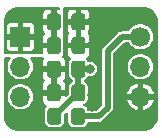
<source format=gbr>
%TF.GenerationSoftware,KiCad,Pcbnew,(5.1.12)-1*%
%TF.CreationDate,2021-11-22T20:58:17+01:00*%
%TF.ProjectId,Adapter-VCNL4010,41646170-7465-4722-9d56-434e4c343031,rev?*%
%TF.SameCoordinates,Original*%
%TF.FileFunction,Copper,L2,Bot*%
%TF.FilePolarity,Positive*%
%FSLAX46Y46*%
G04 Gerber Fmt 4.6, Leading zero omitted, Abs format (unit mm)*
G04 Created by KiCad (PCBNEW (5.1.12)-1) date 2021-11-22 20:58:17*
%MOMM*%
%LPD*%
G01*
G04 APERTURE LIST*
%TA.AperFunction,ComponentPad*%
%ADD10O,1.700000X1.700000*%
%TD*%
%TA.AperFunction,ComponentPad*%
%ADD11C,1.700000*%
%TD*%
%TA.AperFunction,ComponentPad*%
%ADD12R,1.700000X1.700000*%
%TD*%
%TA.AperFunction,ViaPad*%
%ADD13C,0.800000*%
%TD*%
%TA.AperFunction,Conductor*%
%ADD14C,0.500000*%
%TD*%
%TA.AperFunction,Conductor*%
%ADD15C,0.200000*%
%TD*%
%TA.AperFunction,Conductor*%
%ADD16C,0.100000*%
%TD*%
G04 APERTURE END LIST*
D10*
%TO.P,J2,3*%
%TO.N,GND*%
X161290000Y-133350000D03*
%TO.P,J2,2*%
%TO.N,/INT*%
X161290000Y-130810000D03*
D11*
%TO.P,J2,1*%
%TO.N,/VCC*%
X161290000Y-128270000D03*
%TD*%
D10*
%TO.P,J1,3*%
%TO.N,/SCLK*%
X151130000Y-133350000D03*
%TO.P,J1,2*%
%TO.N,/SDAT*%
X151130000Y-130810000D03*
D12*
%TO.P,J1,1*%
%TO.N,/VCC_LED*%
X151130000Y-128270000D03*
%TD*%
%TO.P,R4,1*%
%TO.N,Net-(C1-Pad1)*%
%TA.AperFunction,SMDPad,CuDef*%
G36*
G01*
X153400000Y-135450001D02*
X153400000Y-134549999D01*
G75*
G02*
X153649999Y-134300000I249999J0D01*
G01*
X154350001Y-134300000D01*
G75*
G02*
X154600000Y-134549999I0J-249999D01*
G01*
X154600000Y-135450001D01*
G75*
G02*
X154350001Y-135700000I-249999J0D01*
G01*
X153649999Y-135700000D01*
G75*
G02*
X153400000Y-135450001I0J249999D01*
G01*
G37*
%TD.AperFunction*%
%TO.P,R4,2*%
%TO.N,/VCC*%
%TA.AperFunction,SMDPad,CuDef*%
G36*
G01*
X155400000Y-135450001D02*
X155400000Y-134549999D01*
G75*
G02*
X155649999Y-134300000I249999J0D01*
G01*
X156350001Y-134300000D01*
G75*
G02*
X156600000Y-134549999I0J-249999D01*
G01*
X156600000Y-135450001D01*
G75*
G02*
X156350001Y-135700000I-249999J0D01*
G01*
X155649999Y-135700000D01*
G75*
G02*
X155400000Y-135450001I0J249999D01*
G01*
G37*
%TD.AperFunction*%
%TD*%
%TO.P,C4,2*%
%TO.N,GND*%
%TA.AperFunction,SMDPad,CuDef*%
G36*
G01*
X155450000Y-129475000D02*
X155450000Y-128525000D01*
G75*
G02*
X155700000Y-128275000I250000J0D01*
G01*
X156375000Y-128275000D01*
G75*
G02*
X156625000Y-128525000I0J-250000D01*
G01*
X156625000Y-129475000D01*
G75*
G02*
X156375000Y-129725000I-250000J0D01*
G01*
X155700000Y-129725000D01*
G75*
G02*
X155450000Y-129475000I0J250000D01*
G01*
G37*
%TD.AperFunction*%
%TO.P,C4,1*%
%TO.N,/VCC_LED*%
%TA.AperFunction,SMDPad,CuDef*%
G36*
G01*
X153375000Y-129475000D02*
X153375000Y-128525000D01*
G75*
G02*
X153625000Y-128275000I250000J0D01*
G01*
X154300000Y-128275000D01*
G75*
G02*
X154550000Y-128525000I0J-250000D01*
G01*
X154550000Y-129475000D01*
G75*
G02*
X154300000Y-129725000I-250000J0D01*
G01*
X153625000Y-129725000D01*
G75*
G02*
X153375000Y-129475000I0J250000D01*
G01*
G37*
%TD.AperFunction*%
%TD*%
%TO.P,C3,2*%
%TO.N,GND*%
%TA.AperFunction,SMDPad,CuDef*%
G36*
G01*
X155450000Y-127475000D02*
X155450000Y-126525000D01*
G75*
G02*
X155700000Y-126275000I250000J0D01*
G01*
X156375000Y-126275000D01*
G75*
G02*
X156625000Y-126525000I0J-250000D01*
G01*
X156625000Y-127475000D01*
G75*
G02*
X156375000Y-127725000I-250000J0D01*
G01*
X155700000Y-127725000D01*
G75*
G02*
X155450000Y-127475000I0J250000D01*
G01*
G37*
%TD.AperFunction*%
%TO.P,C3,1*%
%TO.N,/VCC_LED*%
%TA.AperFunction,SMDPad,CuDef*%
G36*
G01*
X153375000Y-127475000D02*
X153375000Y-126525000D01*
G75*
G02*
X153625000Y-126275000I250000J0D01*
G01*
X154300000Y-126275000D01*
G75*
G02*
X154550000Y-126525000I0J-250000D01*
G01*
X154550000Y-127475000D01*
G75*
G02*
X154300000Y-127725000I-250000J0D01*
G01*
X153625000Y-127725000D01*
G75*
G02*
X153375000Y-127475000I0J250000D01*
G01*
G37*
%TD.AperFunction*%
%TD*%
%TO.P,C2,2*%
%TO.N,GND*%
%TA.AperFunction,SMDPad,CuDef*%
G36*
G01*
X154550000Y-130525000D02*
X154550000Y-131475000D01*
G75*
G02*
X154300000Y-131725000I-250000J0D01*
G01*
X153625000Y-131725000D01*
G75*
G02*
X153375000Y-131475000I0J250000D01*
G01*
X153375000Y-130525000D01*
G75*
G02*
X153625000Y-130275000I250000J0D01*
G01*
X154300000Y-130275000D01*
G75*
G02*
X154550000Y-130525000I0J-250000D01*
G01*
G37*
%TD.AperFunction*%
%TO.P,C2,1*%
%TO.N,Net-(C1-Pad1)*%
%TA.AperFunction,SMDPad,CuDef*%
G36*
G01*
X156625000Y-130525000D02*
X156625000Y-131475000D01*
G75*
G02*
X156375000Y-131725000I-250000J0D01*
G01*
X155700000Y-131725000D01*
G75*
G02*
X155450000Y-131475000I0J250000D01*
G01*
X155450000Y-130525000D01*
G75*
G02*
X155700000Y-130275000I250000J0D01*
G01*
X156375000Y-130275000D01*
G75*
G02*
X156625000Y-130525000I0J-250000D01*
G01*
G37*
%TD.AperFunction*%
%TD*%
%TO.P,C1,2*%
%TO.N,GND*%
%TA.AperFunction,SMDPad,CuDef*%
G36*
G01*
X154550000Y-132525000D02*
X154550000Y-133475000D01*
G75*
G02*
X154300000Y-133725000I-250000J0D01*
G01*
X153625000Y-133725000D01*
G75*
G02*
X153375000Y-133475000I0J250000D01*
G01*
X153375000Y-132525000D01*
G75*
G02*
X153625000Y-132275000I250000J0D01*
G01*
X154300000Y-132275000D01*
G75*
G02*
X154550000Y-132525000I0J-250000D01*
G01*
G37*
%TD.AperFunction*%
%TO.P,C1,1*%
%TO.N,Net-(C1-Pad1)*%
%TA.AperFunction,SMDPad,CuDef*%
G36*
G01*
X156625000Y-132525000D02*
X156625000Y-133475000D01*
G75*
G02*
X156375000Y-133725000I-250000J0D01*
G01*
X155700000Y-133725000D01*
G75*
G02*
X155450000Y-133475000I0J250000D01*
G01*
X155450000Y-132525000D01*
G75*
G02*
X155700000Y-132275000I250000J0D01*
G01*
X156375000Y-132275000D01*
G75*
G02*
X156625000Y-132525000I0J-250000D01*
G01*
G37*
%TD.AperFunction*%
%TD*%
D13*
%TO.N,GND*%
X157250000Y-126750000D03*
X157250000Y-128750000D03*
X157250000Y-127750000D03*
X157200000Y-133200000D03*
X157200000Y-134200000D03*
%TO.N,Net-(C1-Pad1)*%
X157000000Y-131000000D03*
%TD*%
D14*
%TO.N,Net-(C1-Pad1)*%
X156037500Y-133000000D02*
X156037500Y-131000000D01*
X156037500Y-131000000D02*
X157000000Y-131000000D01*
X156000000Y-133000000D02*
X154000000Y-135000000D01*
X156037500Y-133000000D02*
X156000000Y-133000000D01*
%TO.N,/VCC*%
X159730000Y-128270000D02*
X161290000Y-128270000D01*
X158500000Y-129500000D02*
X159730000Y-128270000D01*
X158500000Y-134250000D02*
X158500000Y-129500000D01*
X157750000Y-135000000D02*
X158500000Y-134250000D01*
X156000000Y-135000000D02*
X157750000Y-135000000D01*
%TD*%
D15*
%TO.N,/VCC_LED*%
X154400000Y-125873925D02*
X154212500Y-125875000D01*
X154112500Y-125975000D01*
X154112500Y-126850000D01*
X154132500Y-126850000D01*
X154132500Y-127150000D01*
X154112500Y-127150000D01*
X154112500Y-128850000D01*
X154132500Y-128850000D01*
X154132500Y-129150000D01*
X154112500Y-129150000D01*
X154112500Y-129170000D01*
X153812500Y-129170000D01*
X153812500Y-129150000D01*
X153075000Y-129150000D01*
X152975000Y-129250000D01*
X152973371Y-129650000D01*
X149825000Y-129650000D01*
X149825000Y-129120000D01*
X149878065Y-129120000D01*
X149885788Y-129198414D01*
X149908660Y-129273814D01*
X149945803Y-129343303D01*
X149995789Y-129404211D01*
X150056697Y-129454197D01*
X150126186Y-129491340D01*
X150201586Y-129514212D01*
X150280000Y-129521935D01*
X150880000Y-129520000D01*
X150980000Y-129420000D01*
X150980000Y-128420000D01*
X151280000Y-128420000D01*
X151280000Y-129420000D01*
X151380000Y-129520000D01*
X151980000Y-129521935D01*
X152058414Y-129514212D01*
X152133814Y-129491340D01*
X152203303Y-129454197D01*
X152264211Y-129404211D01*
X152314197Y-129343303D01*
X152351340Y-129273814D01*
X152374212Y-129198414D01*
X152381935Y-129120000D01*
X152380000Y-128520000D01*
X152280000Y-128420000D01*
X151280000Y-128420000D01*
X150980000Y-128420000D01*
X149980000Y-128420000D01*
X149880000Y-128520000D01*
X149878065Y-129120000D01*
X149825000Y-129120000D01*
X149825000Y-127420000D01*
X149878065Y-127420000D01*
X149880000Y-128020000D01*
X149980000Y-128120000D01*
X150980000Y-128120000D01*
X150980000Y-127120000D01*
X151280000Y-127120000D01*
X151280000Y-128120000D01*
X152280000Y-128120000D01*
X152380000Y-128020000D01*
X152380951Y-127725000D01*
X152973065Y-127725000D01*
X152980788Y-127803414D01*
X153003660Y-127878814D01*
X153040803Y-127948303D01*
X153083230Y-128000000D01*
X153040803Y-128051697D01*
X153003660Y-128121186D01*
X152980788Y-128196586D01*
X152973065Y-128275000D01*
X152975000Y-128750000D01*
X153075000Y-128850000D01*
X153812500Y-128850000D01*
X153812500Y-127150000D01*
X153075000Y-127150000D01*
X152975000Y-127250000D01*
X152973065Y-127725000D01*
X152380951Y-127725000D01*
X152381935Y-127420000D01*
X152374212Y-127341586D01*
X152351340Y-127266186D01*
X152314197Y-127196697D01*
X152264211Y-127135789D01*
X152203303Y-127085803D01*
X152133814Y-127048660D01*
X152058414Y-127025788D01*
X151980000Y-127018065D01*
X151380000Y-127020000D01*
X151280000Y-127120000D01*
X150980000Y-127120000D01*
X150880000Y-127020000D01*
X150280000Y-127018065D01*
X150201586Y-127025788D01*
X150126186Y-127048660D01*
X150056697Y-127085803D01*
X149995789Y-127135789D01*
X149945803Y-127196697D01*
X149908660Y-127266186D01*
X149885788Y-127341586D01*
X149878065Y-127420000D01*
X149825000Y-127420000D01*
X149825000Y-127015896D01*
X149848906Y-126772078D01*
X149915100Y-126552835D01*
X150022614Y-126350630D01*
X150084296Y-126275000D01*
X152973065Y-126275000D01*
X152975000Y-126750000D01*
X153075000Y-126850000D01*
X153812500Y-126850000D01*
X153812500Y-125975000D01*
X153712500Y-125875000D01*
X153375000Y-125873065D01*
X153296586Y-125880788D01*
X153221186Y-125903660D01*
X153151697Y-125940803D01*
X153090789Y-125990789D01*
X153040803Y-126051697D01*
X153003660Y-126121186D01*
X152980788Y-126196586D01*
X152973065Y-126275000D01*
X150084296Y-126275000D01*
X150167361Y-126173153D01*
X150343824Y-126027171D01*
X150545276Y-125918246D01*
X150764047Y-125850526D01*
X151006915Y-125825000D01*
X154400000Y-125825000D01*
X154400000Y-125873925D01*
%TA.AperFunction,Conductor*%
D16*
G36*
X154400000Y-125873925D02*
G01*
X154212500Y-125875000D01*
X154112500Y-125975000D01*
X154112500Y-126850000D01*
X154132500Y-126850000D01*
X154132500Y-127150000D01*
X154112500Y-127150000D01*
X154112500Y-128850000D01*
X154132500Y-128850000D01*
X154132500Y-129150000D01*
X154112500Y-129150000D01*
X154112500Y-129170000D01*
X153812500Y-129170000D01*
X153812500Y-129150000D01*
X153075000Y-129150000D01*
X152975000Y-129250000D01*
X152973371Y-129650000D01*
X149825000Y-129650000D01*
X149825000Y-129120000D01*
X149878065Y-129120000D01*
X149885788Y-129198414D01*
X149908660Y-129273814D01*
X149945803Y-129343303D01*
X149995789Y-129404211D01*
X150056697Y-129454197D01*
X150126186Y-129491340D01*
X150201586Y-129514212D01*
X150280000Y-129521935D01*
X150880000Y-129520000D01*
X150980000Y-129420000D01*
X150980000Y-128420000D01*
X151280000Y-128420000D01*
X151280000Y-129420000D01*
X151380000Y-129520000D01*
X151980000Y-129521935D01*
X152058414Y-129514212D01*
X152133814Y-129491340D01*
X152203303Y-129454197D01*
X152264211Y-129404211D01*
X152314197Y-129343303D01*
X152351340Y-129273814D01*
X152374212Y-129198414D01*
X152381935Y-129120000D01*
X152380000Y-128520000D01*
X152280000Y-128420000D01*
X151280000Y-128420000D01*
X150980000Y-128420000D01*
X149980000Y-128420000D01*
X149880000Y-128520000D01*
X149878065Y-129120000D01*
X149825000Y-129120000D01*
X149825000Y-127420000D01*
X149878065Y-127420000D01*
X149880000Y-128020000D01*
X149980000Y-128120000D01*
X150980000Y-128120000D01*
X150980000Y-127120000D01*
X151280000Y-127120000D01*
X151280000Y-128120000D01*
X152280000Y-128120000D01*
X152380000Y-128020000D01*
X152380951Y-127725000D01*
X152973065Y-127725000D01*
X152980788Y-127803414D01*
X153003660Y-127878814D01*
X153040803Y-127948303D01*
X153083230Y-128000000D01*
X153040803Y-128051697D01*
X153003660Y-128121186D01*
X152980788Y-128196586D01*
X152973065Y-128275000D01*
X152975000Y-128750000D01*
X153075000Y-128850000D01*
X153812500Y-128850000D01*
X153812500Y-127150000D01*
X153075000Y-127150000D01*
X152975000Y-127250000D01*
X152973065Y-127725000D01*
X152380951Y-127725000D01*
X152381935Y-127420000D01*
X152374212Y-127341586D01*
X152351340Y-127266186D01*
X152314197Y-127196697D01*
X152264211Y-127135789D01*
X152203303Y-127085803D01*
X152133814Y-127048660D01*
X152058414Y-127025788D01*
X151980000Y-127018065D01*
X151380000Y-127020000D01*
X151280000Y-127120000D01*
X150980000Y-127120000D01*
X150880000Y-127020000D01*
X150280000Y-127018065D01*
X150201586Y-127025788D01*
X150126186Y-127048660D01*
X150056697Y-127085803D01*
X149995789Y-127135789D01*
X149945803Y-127196697D01*
X149908660Y-127266186D01*
X149885788Y-127341586D01*
X149878065Y-127420000D01*
X149825000Y-127420000D01*
X149825000Y-127015896D01*
X149848906Y-126772078D01*
X149915100Y-126552835D01*
X150022614Y-126350630D01*
X150084296Y-126275000D01*
X152973065Y-126275000D01*
X152975000Y-126750000D01*
X153075000Y-126850000D01*
X153812500Y-126850000D01*
X153812500Y-125975000D01*
X153712500Y-125875000D01*
X153375000Y-125873065D01*
X153296586Y-125880788D01*
X153221186Y-125903660D01*
X153151697Y-125940803D01*
X153090789Y-125990789D01*
X153040803Y-126051697D01*
X153003660Y-126121186D01*
X152980788Y-126196586D01*
X152973065Y-126275000D01*
X150084296Y-126275000D01*
X150167361Y-126173153D01*
X150343824Y-126027171D01*
X150545276Y-125918246D01*
X150764047Y-125850526D01*
X151006915Y-125825000D01*
X154400000Y-125825000D01*
X154400000Y-125873925D01*
G37*
%TD.AperFunction*%
%TD*%
D15*
%TO.N,GND*%
X161727922Y-125848906D02*
X161947165Y-125915100D01*
X162149370Y-126022614D01*
X162326847Y-126167361D01*
X162472829Y-126343824D01*
X162581754Y-126545276D01*
X162649474Y-126764047D01*
X162675000Y-127006915D01*
X162675001Y-134984094D01*
X162651094Y-135227922D01*
X162584900Y-135447166D01*
X162477386Y-135649370D01*
X162332639Y-135826847D01*
X162156176Y-135972830D01*
X161954727Y-136081753D01*
X161735958Y-136149474D01*
X161493085Y-136175000D01*
X151015896Y-136175000D01*
X150772078Y-136151094D01*
X150552834Y-136084900D01*
X150350630Y-135977386D01*
X150173153Y-135832639D01*
X150027170Y-135656176D01*
X149918247Y-135454727D01*
X149850526Y-135235958D01*
X149825000Y-134993085D01*
X149825000Y-133236735D01*
X149980000Y-133236735D01*
X149980000Y-133463265D01*
X150024194Y-133685443D01*
X150110884Y-133894729D01*
X150236737Y-134083082D01*
X150396918Y-134243263D01*
X150585271Y-134369116D01*
X150794557Y-134455806D01*
X151016735Y-134500000D01*
X151243265Y-134500000D01*
X151465443Y-134455806D01*
X151674729Y-134369116D01*
X151863082Y-134243263D01*
X152023263Y-134083082D01*
X152149116Y-133894729D01*
X152219420Y-133725000D01*
X152973065Y-133725000D01*
X152980788Y-133803414D01*
X153003660Y-133878814D01*
X153040803Y-133948303D01*
X153090789Y-134009211D01*
X153151697Y-134059197D01*
X153221186Y-134096340D01*
X153296586Y-134119212D01*
X153308424Y-134120378D01*
X153260065Y-134160065D01*
X153191485Y-134243630D01*
X153140526Y-134338968D01*
X153109145Y-134442416D01*
X153098549Y-134549999D01*
X153098549Y-135450001D01*
X153109145Y-135557584D01*
X153140526Y-135661032D01*
X153191485Y-135756370D01*
X153260065Y-135839935D01*
X153343630Y-135908515D01*
X153438968Y-135959474D01*
X153542416Y-135990855D01*
X153649999Y-136001451D01*
X154350001Y-136001451D01*
X154457584Y-135990855D01*
X154561032Y-135959474D01*
X154656370Y-135908515D01*
X154739935Y-135839935D01*
X154808515Y-135756370D01*
X154859474Y-135661032D01*
X154890855Y-135557584D01*
X154901451Y-135450001D01*
X154901451Y-134876366D01*
X155098549Y-134679268D01*
X155098549Y-135450001D01*
X155109145Y-135557584D01*
X155140526Y-135661032D01*
X155191485Y-135756370D01*
X155260065Y-135839935D01*
X155343630Y-135908515D01*
X155438968Y-135959474D01*
X155542416Y-135990855D01*
X155649999Y-136001451D01*
X156350001Y-136001451D01*
X156457584Y-135990855D01*
X156561032Y-135959474D01*
X156656370Y-135908515D01*
X156739935Y-135839935D01*
X156808515Y-135756370D01*
X156859474Y-135661032D01*
X156890855Y-135557584D01*
X156891602Y-135550000D01*
X157722992Y-135550000D01*
X157750000Y-135552660D01*
X157777008Y-135550000D01*
X157777018Y-135550000D01*
X157857819Y-135542042D01*
X157961494Y-135510592D01*
X158057042Y-135459521D01*
X158140790Y-135390790D01*
X158158013Y-135369804D01*
X158869810Y-134658008D01*
X158890790Y-134640790D01*
X158908008Y-134619810D01*
X158908013Y-134619805D01*
X158959520Y-134557043D01*
X158962093Y-134552230D01*
X159010592Y-134461494D01*
X159042042Y-134357819D01*
X159050000Y-134277018D01*
X159050000Y-134277009D01*
X159052660Y-134250001D01*
X159050000Y-134222993D01*
X159050000Y-133692283D01*
X160087777Y-133692283D01*
X160100220Y-133733325D01*
X160197864Y-133958074D01*
X160337478Y-134159455D01*
X160513697Y-134329729D01*
X160719749Y-134462353D01*
X160947716Y-134552230D01*
X161140000Y-134490974D01*
X161140000Y-133500000D01*
X161440000Y-133500000D01*
X161440000Y-134490974D01*
X161632284Y-134552230D01*
X161860251Y-134462353D01*
X162066303Y-134329729D01*
X162242522Y-134159455D01*
X162382136Y-133958074D01*
X162479780Y-133733325D01*
X162492223Y-133692283D01*
X162430175Y-133500000D01*
X161440000Y-133500000D01*
X161140000Y-133500000D01*
X160149825Y-133500000D01*
X160087777Y-133692283D01*
X159050000Y-133692283D01*
X159050000Y-133007717D01*
X160087777Y-133007717D01*
X160149825Y-133200000D01*
X161140000Y-133200000D01*
X161140000Y-132209026D01*
X161440000Y-132209026D01*
X161440000Y-133200000D01*
X162430175Y-133200000D01*
X162492223Y-133007717D01*
X162479780Y-132966675D01*
X162382136Y-132741926D01*
X162242522Y-132540545D01*
X162066303Y-132370271D01*
X161860251Y-132237647D01*
X161632284Y-132147770D01*
X161440000Y-132209026D01*
X161140000Y-132209026D01*
X160947716Y-132147770D01*
X160719749Y-132237647D01*
X160513697Y-132370271D01*
X160337478Y-132540545D01*
X160197864Y-132741926D01*
X160100220Y-132966675D01*
X160087777Y-133007717D01*
X159050000Y-133007717D01*
X159050000Y-130696735D01*
X160140000Y-130696735D01*
X160140000Y-130923265D01*
X160184194Y-131145443D01*
X160270884Y-131354729D01*
X160396737Y-131543082D01*
X160556918Y-131703263D01*
X160745271Y-131829116D01*
X160954557Y-131915806D01*
X161176735Y-131960000D01*
X161403265Y-131960000D01*
X161625443Y-131915806D01*
X161834729Y-131829116D01*
X162023082Y-131703263D01*
X162183263Y-131543082D01*
X162309116Y-131354729D01*
X162395806Y-131145443D01*
X162440000Y-130923265D01*
X162440000Y-130696735D01*
X162395806Y-130474557D01*
X162309116Y-130265271D01*
X162183263Y-130076918D01*
X162023082Y-129916737D01*
X161834729Y-129790884D01*
X161625443Y-129704194D01*
X161403265Y-129660000D01*
X161176735Y-129660000D01*
X160954557Y-129704194D01*
X160745271Y-129790884D01*
X160556918Y-129916737D01*
X160396737Y-130076918D01*
X160270884Y-130265271D01*
X160184194Y-130474557D01*
X160140000Y-130696735D01*
X159050000Y-130696735D01*
X159050000Y-129727817D01*
X159957817Y-128820000D01*
X160274406Y-128820000D01*
X160396737Y-129003082D01*
X160556918Y-129163263D01*
X160745271Y-129289116D01*
X160954557Y-129375806D01*
X161176735Y-129420000D01*
X161403265Y-129420000D01*
X161625443Y-129375806D01*
X161834729Y-129289116D01*
X162023082Y-129163263D01*
X162183263Y-129003082D01*
X162309116Y-128814729D01*
X162395806Y-128605443D01*
X162440000Y-128383265D01*
X162440000Y-128156735D01*
X162395806Y-127934557D01*
X162309116Y-127725271D01*
X162183263Y-127536918D01*
X162023082Y-127376737D01*
X161834729Y-127250884D01*
X161625443Y-127164194D01*
X161403265Y-127120000D01*
X161176735Y-127120000D01*
X160954557Y-127164194D01*
X160745271Y-127250884D01*
X160556918Y-127376737D01*
X160396737Y-127536918D01*
X160274406Y-127720000D01*
X159757011Y-127720000D01*
X159730000Y-127717340D01*
X159702989Y-127720000D01*
X159702982Y-127720000D01*
X159622181Y-127727958D01*
X159518506Y-127759408D01*
X159422958Y-127810479D01*
X159339210Y-127879210D01*
X159321987Y-127900196D01*
X158130191Y-129091992D01*
X158109211Y-129109210D01*
X158091993Y-129130190D01*
X158091987Y-129130196D01*
X158040479Y-129192958D01*
X157989959Y-129287477D01*
X157989409Y-129288506D01*
X157962927Y-129375806D01*
X157957959Y-129392182D01*
X157947340Y-129500000D01*
X157950001Y-129527018D01*
X157950000Y-134022182D01*
X157522183Y-134450000D01*
X156891602Y-134450000D01*
X156890855Y-134442416D01*
X156859474Y-134338968D01*
X156808515Y-134243630D01*
X156739935Y-134160065D01*
X156656370Y-134091485D01*
X156561032Y-134040526D01*
X156480409Y-134016069D01*
X156482583Y-134015855D01*
X156586031Y-133984474D01*
X156681370Y-133933515D01*
X156764935Y-133864935D01*
X156833515Y-133781370D01*
X156884474Y-133686031D01*
X156915855Y-133582583D01*
X156926451Y-133475000D01*
X156926451Y-132525000D01*
X156915855Y-132417417D01*
X156884474Y-132313969D01*
X156833515Y-132218630D01*
X156764935Y-132135065D01*
X156681370Y-132066485D01*
X156587500Y-132016311D01*
X156587500Y-131983689D01*
X156681370Y-131933515D01*
X156764935Y-131864935D01*
X156833515Y-131781370D01*
X156882202Y-131690282D01*
X156931056Y-131700000D01*
X157068944Y-131700000D01*
X157204182Y-131673099D01*
X157331574Y-131620332D01*
X157446224Y-131543726D01*
X157543726Y-131446224D01*
X157620332Y-131331574D01*
X157673099Y-131204182D01*
X157700000Y-131068944D01*
X157700000Y-130931056D01*
X157673099Y-130795818D01*
X157620332Y-130668426D01*
X157543726Y-130553776D01*
X157446224Y-130456274D01*
X157331574Y-130379668D01*
X157204182Y-130326901D01*
X157068944Y-130300000D01*
X156931056Y-130300000D01*
X156882202Y-130309718D01*
X156833515Y-130218630D01*
X156764935Y-130135065D01*
X156734228Y-130109865D01*
X156778814Y-130096340D01*
X156848303Y-130059197D01*
X156909211Y-130009211D01*
X156959197Y-129948303D01*
X156996340Y-129878814D01*
X157019212Y-129803414D01*
X157026935Y-129725000D01*
X157025000Y-129250000D01*
X156925000Y-129150000D01*
X156187500Y-129150000D01*
X156187500Y-129170000D01*
X155887500Y-129170000D01*
X155887500Y-129150000D01*
X155150000Y-129150000D01*
X155050000Y-129250000D01*
X155048065Y-129725000D01*
X155055788Y-129803414D01*
X155078660Y-129878814D01*
X155115803Y-129948303D01*
X155165789Y-130009211D01*
X155226697Y-130059197D01*
X155296186Y-130096340D01*
X155340772Y-130109865D01*
X155310065Y-130135065D01*
X155241485Y-130218630D01*
X155190526Y-130313969D01*
X155159145Y-130417417D01*
X155148549Y-130525000D01*
X155148549Y-131475000D01*
X155159145Y-131582583D01*
X155190526Y-131686031D01*
X155241485Y-131781370D01*
X155310065Y-131864935D01*
X155393630Y-131933515D01*
X155487501Y-131983689D01*
X155487500Y-132016311D01*
X155393630Y-132066485D01*
X155310065Y-132135065D01*
X155241485Y-132218630D01*
X155190526Y-132313969D01*
X155159145Y-132417417D01*
X155148549Y-132525000D01*
X155148549Y-133073633D01*
X154950090Y-133272092D01*
X154950000Y-133250000D01*
X154850000Y-133150000D01*
X154112500Y-133150000D01*
X154112500Y-133170000D01*
X153812500Y-133170000D01*
X153812500Y-133150000D01*
X153075000Y-133150000D01*
X152975000Y-133250000D01*
X152973065Y-133725000D01*
X152219420Y-133725000D01*
X152235806Y-133685443D01*
X152280000Y-133463265D01*
X152280000Y-133236735D01*
X152235806Y-133014557D01*
X152149116Y-132805271D01*
X152023263Y-132616918D01*
X151863082Y-132456737D01*
X151674729Y-132330884D01*
X151465443Y-132244194D01*
X151243265Y-132200000D01*
X151016735Y-132200000D01*
X150794557Y-132244194D01*
X150585271Y-132330884D01*
X150396918Y-132456737D01*
X150236737Y-132616918D01*
X150110884Y-132805271D01*
X150024194Y-133014557D01*
X149980000Y-133236735D01*
X149825000Y-133236735D01*
X149825000Y-130050000D01*
X150263655Y-130050000D01*
X150236737Y-130076918D01*
X150110884Y-130265271D01*
X150024194Y-130474557D01*
X149980000Y-130696735D01*
X149980000Y-130923265D01*
X150024194Y-131145443D01*
X150110884Y-131354729D01*
X150236737Y-131543082D01*
X150396918Y-131703263D01*
X150585271Y-131829116D01*
X150794557Y-131915806D01*
X151016735Y-131960000D01*
X151243265Y-131960000D01*
X151465443Y-131915806D01*
X151674729Y-131829116D01*
X151830550Y-131725000D01*
X152973065Y-131725000D01*
X152980788Y-131803414D01*
X153003660Y-131878814D01*
X153040803Y-131948303D01*
X153083230Y-132000000D01*
X153040803Y-132051697D01*
X153003660Y-132121186D01*
X152980788Y-132196586D01*
X152973065Y-132275000D01*
X152975000Y-132750000D01*
X153075000Y-132850000D01*
X153812500Y-132850000D01*
X153812500Y-131150000D01*
X154112500Y-131150000D01*
X154112500Y-132850000D01*
X154850000Y-132850000D01*
X154950000Y-132750000D01*
X154951935Y-132275000D01*
X154944212Y-132196586D01*
X154921340Y-132121186D01*
X154884197Y-132051697D01*
X154841770Y-132000000D01*
X154884197Y-131948303D01*
X154921340Y-131878814D01*
X154944212Y-131803414D01*
X154951935Y-131725000D01*
X154950000Y-131250000D01*
X154850000Y-131150000D01*
X154112500Y-131150000D01*
X153812500Y-131150000D01*
X153075000Y-131150000D01*
X152975000Y-131250000D01*
X152973065Y-131725000D01*
X151830550Y-131725000D01*
X151863082Y-131703263D01*
X152023263Y-131543082D01*
X152149116Y-131354729D01*
X152235806Y-131145443D01*
X152280000Y-130923265D01*
X152280000Y-130696735D01*
X152235806Y-130474557D01*
X152149116Y-130265271D01*
X152023263Y-130076918D01*
X151996345Y-130050000D01*
X153042196Y-130050000D01*
X153040803Y-130051697D01*
X153003660Y-130121186D01*
X152980788Y-130196586D01*
X152973065Y-130275000D01*
X152975000Y-130750000D01*
X153075000Y-130850000D01*
X153812500Y-130850000D01*
X153812500Y-130830000D01*
X154112500Y-130830000D01*
X154112500Y-130850000D01*
X154850000Y-130850000D01*
X154950000Y-130750000D01*
X154951935Y-130275000D01*
X154944212Y-130196586D01*
X154921340Y-130121186D01*
X154884197Y-130051697D01*
X154834211Y-129990789D01*
X154773303Y-129940803D01*
X154742951Y-129924579D01*
X154749441Y-129916671D01*
X154777164Y-129864805D01*
X154794236Y-129808527D01*
X154800000Y-129750000D01*
X154800000Y-129703756D01*
X154809474Y-129686031D01*
X154840855Y-129582583D01*
X154851451Y-129475000D01*
X154851451Y-128525000D01*
X154840855Y-128417417D01*
X154809474Y-128313969D01*
X154800000Y-128296244D01*
X154800000Y-127725000D01*
X155048065Y-127725000D01*
X155055788Y-127803414D01*
X155078660Y-127878814D01*
X155115803Y-127948303D01*
X155158230Y-128000000D01*
X155115803Y-128051697D01*
X155078660Y-128121186D01*
X155055788Y-128196586D01*
X155048065Y-128275000D01*
X155050000Y-128750000D01*
X155150000Y-128850000D01*
X155887500Y-128850000D01*
X155887500Y-127150000D01*
X156187500Y-127150000D01*
X156187500Y-128850000D01*
X156925000Y-128850000D01*
X157025000Y-128750000D01*
X157026935Y-128275000D01*
X157019212Y-128196586D01*
X156996340Y-128121186D01*
X156959197Y-128051697D01*
X156916770Y-128000000D01*
X156959197Y-127948303D01*
X156996340Y-127878814D01*
X157019212Y-127803414D01*
X157026935Y-127725000D01*
X157025000Y-127250000D01*
X156925000Y-127150000D01*
X156187500Y-127150000D01*
X155887500Y-127150000D01*
X155150000Y-127150000D01*
X155050000Y-127250000D01*
X155048065Y-127725000D01*
X154800000Y-127725000D01*
X154800000Y-127703756D01*
X154809474Y-127686031D01*
X154840855Y-127582583D01*
X154851451Y-127475000D01*
X154851451Y-126525000D01*
X154840855Y-126417417D01*
X154809474Y-126313969D01*
X154800000Y-126296244D01*
X154800000Y-126275000D01*
X155048065Y-126275000D01*
X155050000Y-126750000D01*
X155150000Y-126850000D01*
X155887500Y-126850000D01*
X155887500Y-125975000D01*
X156187500Y-125975000D01*
X156187500Y-126850000D01*
X156925000Y-126850000D01*
X157025000Y-126750000D01*
X157026935Y-126275000D01*
X157019212Y-126196586D01*
X156996340Y-126121186D01*
X156959197Y-126051697D01*
X156909211Y-125990789D01*
X156848303Y-125940803D01*
X156778814Y-125903660D01*
X156703414Y-125880788D01*
X156625000Y-125873065D01*
X156287500Y-125875000D01*
X156187500Y-125975000D01*
X155887500Y-125975000D01*
X155787500Y-125875000D01*
X155450000Y-125873065D01*
X155371586Y-125880788D01*
X155296186Y-125903660D01*
X155226697Y-125940803D01*
X155165789Y-125990789D01*
X155115803Y-126051697D01*
X155078660Y-126121186D01*
X155055788Y-126196586D01*
X155048065Y-126275000D01*
X154800000Y-126275000D01*
X154800000Y-125825000D01*
X161484104Y-125825000D01*
X161727922Y-125848906D01*
%TA.AperFunction,Conductor*%
D16*
G36*
X161727922Y-125848906D02*
G01*
X161947165Y-125915100D01*
X162149370Y-126022614D01*
X162326847Y-126167361D01*
X162472829Y-126343824D01*
X162581754Y-126545276D01*
X162649474Y-126764047D01*
X162675000Y-127006915D01*
X162675001Y-134984094D01*
X162651094Y-135227922D01*
X162584900Y-135447166D01*
X162477386Y-135649370D01*
X162332639Y-135826847D01*
X162156176Y-135972830D01*
X161954727Y-136081753D01*
X161735958Y-136149474D01*
X161493085Y-136175000D01*
X151015896Y-136175000D01*
X150772078Y-136151094D01*
X150552834Y-136084900D01*
X150350630Y-135977386D01*
X150173153Y-135832639D01*
X150027170Y-135656176D01*
X149918247Y-135454727D01*
X149850526Y-135235958D01*
X149825000Y-134993085D01*
X149825000Y-133236735D01*
X149980000Y-133236735D01*
X149980000Y-133463265D01*
X150024194Y-133685443D01*
X150110884Y-133894729D01*
X150236737Y-134083082D01*
X150396918Y-134243263D01*
X150585271Y-134369116D01*
X150794557Y-134455806D01*
X151016735Y-134500000D01*
X151243265Y-134500000D01*
X151465443Y-134455806D01*
X151674729Y-134369116D01*
X151863082Y-134243263D01*
X152023263Y-134083082D01*
X152149116Y-133894729D01*
X152219420Y-133725000D01*
X152973065Y-133725000D01*
X152980788Y-133803414D01*
X153003660Y-133878814D01*
X153040803Y-133948303D01*
X153090789Y-134009211D01*
X153151697Y-134059197D01*
X153221186Y-134096340D01*
X153296586Y-134119212D01*
X153308424Y-134120378D01*
X153260065Y-134160065D01*
X153191485Y-134243630D01*
X153140526Y-134338968D01*
X153109145Y-134442416D01*
X153098549Y-134549999D01*
X153098549Y-135450001D01*
X153109145Y-135557584D01*
X153140526Y-135661032D01*
X153191485Y-135756370D01*
X153260065Y-135839935D01*
X153343630Y-135908515D01*
X153438968Y-135959474D01*
X153542416Y-135990855D01*
X153649999Y-136001451D01*
X154350001Y-136001451D01*
X154457584Y-135990855D01*
X154561032Y-135959474D01*
X154656370Y-135908515D01*
X154739935Y-135839935D01*
X154808515Y-135756370D01*
X154859474Y-135661032D01*
X154890855Y-135557584D01*
X154901451Y-135450001D01*
X154901451Y-134876366D01*
X155098549Y-134679268D01*
X155098549Y-135450001D01*
X155109145Y-135557584D01*
X155140526Y-135661032D01*
X155191485Y-135756370D01*
X155260065Y-135839935D01*
X155343630Y-135908515D01*
X155438968Y-135959474D01*
X155542416Y-135990855D01*
X155649999Y-136001451D01*
X156350001Y-136001451D01*
X156457584Y-135990855D01*
X156561032Y-135959474D01*
X156656370Y-135908515D01*
X156739935Y-135839935D01*
X156808515Y-135756370D01*
X156859474Y-135661032D01*
X156890855Y-135557584D01*
X156891602Y-135550000D01*
X157722992Y-135550000D01*
X157750000Y-135552660D01*
X157777008Y-135550000D01*
X157777018Y-135550000D01*
X157857819Y-135542042D01*
X157961494Y-135510592D01*
X158057042Y-135459521D01*
X158140790Y-135390790D01*
X158158013Y-135369804D01*
X158869810Y-134658008D01*
X158890790Y-134640790D01*
X158908008Y-134619810D01*
X158908013Y-134619805D01*
X158959520Y-134557043D01*
X158962093Y-134552230D01*
X159010592Y-134461494D01*
X159042042Y-134357819D01*
X159050000Y-134277018D01*
X159050000Y-134277009D01*
X159052660Y-134250001D01*
X159050000Y-134222993D01*
X159050000Y-133692283D01*
X160087777Y-133692283D01*
X160100220Y-133733325D01*
X160197864Y-133958074D01*
X160337478Y-134159455D01*
X160513697Y-134329729D01*
X160719749Y-134462353D01*
X160947716Y-134552230D01*
X161140000Y-134490974D01*
X161140000Y-133500000D01*
X161440000Y-133500000D01*
X161440000Y-134490974D01*
X161632284Y-134552230D01*
X161860251Y-134462353D01*
X162066303Y-134329729D01*
X162242522Y-134159455D01*
X162382136Y-133958074D01*
X162479780Y-133733325D01*
X162492223Y-133692283D01*
X162430175Y-133500000D01*
X161440000Y-133500000D01*
X161140000Y-133500000D01*
X160149825Y-133500000D01*
X160087777Y-133692283D01*
X159050000Y-133692283D01*
X159050000Y-133007717D01*
X160087777Y-133007717D01*
X160149825Y-133200000D01*
X161140000Y-133200000D01*
X161140000Y-132209026D01*
X161440000Y-132209026D01*
X161440000Y-133200000D01*
X162430175Y-133200000D01*
X162492223Y-133007717D01*
X162479780Y-132966675D01*
X162382136Y-132741926D01*
X162242522Y-132540545D01*
X162066303Y-132370271D01*
X161860251Y-132237647D01*
X161632284Y-132147770D01*
X161440000Y-132209026D01*
X161140000Y-132209026D01*
X160947716Y-132147770D01*
X160719749Y-132237647D01*
X160513697Y-132370271D01*
X160337478Y-132540545D01*
X160197864Y-132741926D01*
X160100220Y-132966675D01*
X160087777Y-133007717D01*
X159050000Y-133007717D01*
X159050000Y-130696735D01*
X160140000Y-130696735D01*
X160140000Y-130923265D01*
X160184194Y-131145443D01*
X160270884Y-131354729D01*
X160396737Y-131543082D01*
X160556918Y-131703263D01*
X160745271Y-131829116D01*
X160954557Y-131915806D01*
X161176735Y-131960000D01*
X161403265Y-131960000D01*
X161625443Y-131915806D01*
X161834729Y-131829116D01*
X162023082Y-131703263D01*
X162183263Y-131543082D01*
X162309116Y-131354729D01*
X162395806Y-131145443D01*
X162440000Y-130923265D01*
X162440000Y-130696735D01*
X162395806Y-130474557D01*
X162309116Y-130265271D01*
X162183263Y-130076918D01*
X162023082Y-129916737D01*
X161834729Y-129790884D01*
X161625443Y-129704194D01*
X161403265Y-129660000D01*
X161176735Y-129660000D01*
X160954557Y-129704194D01*
X160745271Y-129790884D01*
X160556918Y-129916737D01*
X160396737Y-130076918D01*
X160270884Y-130265271D01*
X160184194Y-130474557D01*
X160140000Y-130696735D01*
X159050000Y-130696735D01*
X159050000Y-129727817D01*
X159957817Y-128820000D01*
X160274406Y-128820000D01*
X160396737Y-129003082D01*
X160556918Y-129163263D01*
X160745271Y-129289116D01*
X160954557Y-129375806D01*
X161176735Y-129420000D01*
X161403265Y-129420000D01*
X161625443Y-129375806D01*
X161834729Y-129289116D01*
X162023082Y-129163263D01*
X162183263Y-129003082D01*
X162309116Y-128814729D01*
X162395806Y-128605443D01*
X162440000Y-128383265D01*
X162440000Y-128156735D01*
X162395806Y-127934557D01*
X162309116Y-127725271D01*
X162183263Y-127536918D01*
X162023082Y-127376737D01*
X161834729Y-127250884D01*
X161625443Y-127164194D01*
X161403265Y-127120000D01*
X161176735Y-127120000D01*
X160954557Y-127164194D01*
X160745271Y-127250884D01*
X160556918Y-127376737D01*
X160396737Y-127536918D01*
X160274406Y-127720000D01*
X159757011Y-127720000D01*
X159730000Y-127717340D01*
X159702989Y-127720000D01*
X159702982Y-127720000D01*
X159622181Y-127727958D01*
X159518506Y-127759408D01*
X159422958Y-127810479D01*
X159339210Y-127879210D01*
X159321987Y-127900196D01*
X158130191Y-129091992D01*
X158109211Y-129109210D01*
X158091993Y-129130190D01*
X158091987Y-129130196D01*
X158040479Y-129192958D01*
X157989959Y-129287477D01*
X157989409Y-129288506D01*
X157962927Y-129375806D01*
X157957959Y-129392182D01*
X157947340Y-129500000D01*
X157950001Y-129527018D01*
X157950000Y-134022182D01*
X157522183Y-134450000D01*
X156891602Y-134450000D01*
X156890855Y-134442416D01*
X156859474Y-134338968D01*
X156808515Y-134243630D01*
X156739935Y-134160065D01*
X156656370Y-134091485D01*
X156561032Y-134040526D01*
X156480409Y-134016069D01*
X156482583Y-134015855D01*
X156586031Y-133984474D01*
X156681370Y-133933515D01*
X156764935Y-133864935D01*
X156833515Y-133781370D01*
X156884474Y-133686031D01*
X156915855Y-133582583D01*
X156926451Y-133475000D01*
X156926451Y-132525000D01*
X156915855Y-132417417D01*
X156884474Y-132313969D01*
X156833515Y-132218630D01*
X156764935Y-132135065D01*
X156681370Y-132066485D01*
X156587500Y-132016311D01*
X156587500Y-131983689D01*
X156681370Y-131933515D01*
X156764935Y-131864935D01*
X156833515Y-131781370D01*
X156882202Y-131690282D01*
X156931056Y-131700000D01*
X157068944Y-131700000D01*
X157204182Y-131673099D01*
X157331574Y-131620332D01*
X157446224Y-131543726D01*
X157543726Y-131446224D01*
X157620332Y-131331574D01*
X157673099Y-131204182D01*
X157700000Y-131068944D01*
X157700000Y-130931056D01*
X157673099Y-130795818D01*
X157620332Y-130668426D01*
X157543726Y-130553776D01*
X157446224Y-130456274D01*
X157331574Y-130379668D01*
X157204182Y-130326901D01*
X157068944Y-130300000D01*
X156931056Y-130300000D01*
X156882202Y-130309718D01*
X156833515Y-130218630D01*
X156764935Y-130135065D01*
X156734228Y-130109865D01*
X156778814Y-130096340D01*
X156848303Y-130059197D01*
X156909211Y-130009211D01*
X156959197Y-129948303D01*
X156996340Y-129878814D01*
X157019212Y-129803414D01*
X157026935Y-129725000D01*
X157025000Y-129250000D01*
X156925000Y-129150000D01*
X156187500Y-129150000D01*
X156187500Y-129170000D01*
X155887500Y-129170000D01*
X155887500Y-129150000D01*
X155150000Y-129150000D01*
X155050000Y-129250000D01*
X155048065Y-129725000D01*
X155055788Y-129803414D01*
X155078660Y-129878814D01*
X155115803Y-129948303D01*
X155165789Y-130009211D01*
X155226697Y-130059197D01*
X155296186Y-130096340D01*
X155340772Y-130109865D01*
X155310065Y-130135065D01*
X155241485Y-130218630D01*
X155190526Y-130313969D01*
X155159145Y-130417417D01*
X155148549Y-130525000D01*
X155148549Y-131475000D01*
X155159145Y-131582583D01*
X155190526Y-131686031D01*
X155241485Y-131781370D01*
X155310065Y-131864935D01*
X155393630Y-131933515D01*
X155487501Y-131983689D01*
X155487500Y-132016311D01*
X155393630Y-132066485D01*
X155310065Y-132135065D01*
X155241485Y-132218630D01*
X155190526Y-132313969D01*
X155159145Y-132417417D01*
X155148549Y-132525000D01*
X155148549Y-133073633D01*
X154950090Y-133272092D01*
X154950000Y-133250000D01*
X154850000Y-133150000D01*
X154112500Y-133150000D01*
X154112500Y-133170000D01*
X153812500Y-133170000D01*
X153812500Y-133150000D01*
X153075000Y-133150000D01*
X152975000Y-133250000D01*
X152973065Y-133725000D01*
X152219420Y-133725000D01*
X152235806Y-133685443D01*
X152280000Y-133463265D01*
X152280000Y-133236735D01*
X152235806Y-133014557D01*
X152149116Y-132805271D01*
X152023263Y-132616918D01*
X151863082Y-132456737D01*
X151674729Y-132330884D01*
X151465443Y-132244194D01*
X151243265Y-132200000D01*
X151016735Y-132200000D01*
X150794557Y-132244194D01*
X150585271Y-132330884D01*
X150396918Y-132456737D01*
X150236737Y-132616918D01*
X150110884Y-132805271D01*
X150024194Y-133014557D01*
X149980000Y-133236735D01*
X149825000Y-133236735D01*
X149825000Y-130050000D01*
X150263655Y-130050000D01*
X150236737Y-130076918D01*
X150110884Y-130265271D01*
X150024194Y-130474557D01*
X149980000Y-130696735D01*
X149980000Y-130923265D01*
X150024194Y-131145443D01*
X150110884Y-131354729D01*
X150236737Y-131543082D01*
X150396918Y-131703263D01*
X150585271Y-131829116D01*
X150794557Y-131915806D01*
X151016735Y-131960000D01*
X151243265Y-131960000D01*
X151465443Y-131915806D01*
X151674729Y-131829116D01*
X151830550Y-131725000D01*
X152973065Y-131725000D01*
X152980788Y-131803414D01*
X153003660Y-131878814D01*
X153040803Y-131948303D01*
X153083230Y-132000000D01*
X153040803Y-132051697D01*
X153003660Y-132121186D01*
X152980788Y-132196586D01*
X152973065Y-132275000D01*
X152975000Y-132750000D01*
X153075000Y-132850000D01*
X153812500Y-132850000D01*
X153812500Y-131150000D01*
X154112500Y-131150000D01*
X154112500Y-132850000D01*
X154850000Y-132850000D01*
X154950000Y-132750000D01*
X154951935Y-132275000D01*
X154944212Y-132196586D01*
X154921340Y-132121186D01*
X154884197Y-132051697D01*
X154841770Y-132000000D01*
X154884197Y-131948303D01*
X154921340Y-131878814D01*
X154944212Y-131803414D01*
X154951935Y-131725000D01*
X154950000Y-131250000D01*
X154850000Y-131150000D01*
X154112500Y-131150000D01*
X153812500Y-131150000D01*
X153075000Y-131150000D01*
X152975000Y-131250000D01*
X152973065Y-131725000D01*
X151830550Y-131725000D01*
X151863082Y-131703263D01*
X152023263Y-131543082D01*
X152149116Y-131354729D01*
X152235806Y-131145443D01*
X152280000Y-130923265D01*
X152280000Y-130696735D01*
X152235806Y-130474557D01*
X152149116Y-130265271D01*
X152023263Y-130076918D01*
X151996345Y-130050000D01*
X153042196Y-130050000D01*
X153040803Y-130051697D01*
X153003660Y-130121186D01*
X152980788Y-130196586D01*
X152973065Y-130275000D01*
X152975000Y-130750000D01*
X153075000Y-130850000D01*
X153812500Y-130850000D01*
X153812500Y-130830000D01*
X154112500Y-130830000D01*
X154112500Y-130850000D01*
X154850000Y-130850000D01*
X154950000Y-130750000D01*
X154951935Y-130275000D01*
X154944212Y-130196586D01*
X154921340Y-130121186D01*
X154884197Y-130051697D01*
X154834211Y-129990789D01*
X154773303Y-129940803D01*
X154742951Y-129924579D01*
X154749441Y-129916671D01*
X154777164Y-129864805D01*
X154794236Y-129808527D01*
X154800000Y-129750000D01*
X154800000Y-129703756D01*
X154809474Y-129686031D01*
X154840855Y-129582583D01*
X154851451Y-129475000D01*
X154851451Y-128525000D01*
X154840855Y-128417417D01*
X154809474Y-128313969D01*
X154800000Y-128296244D01*
X154800000Y-127725000D01*
X155048065Y-127725000D01*
X155055788Y-127803414D01*
X155078660Y-127878814D01*
X155115803Y-127948303D01*
X155158230Y-128000000D01*
X155115803Y-128051697D01*
X155078660Y-128121186D01*
X155055788Y-128196586D01*
X155048065Y-128275000D01*
X155050000Y-128750000D01*
X155150000Y-128850000D01*
X155887500Y-128850000D01*
X155887500Y-127150000D01*
X156187500Y-127150000D01*
X156187500Y-128850000D01*
X156925000Y-128850000D01*
X157025000Y-128750000D01*
X157026935Y-128275000D01*
X157019212Y-128196586D01*
X156996340Y-128121186D01*
X156959197Y-128051697D01*
X156916770Y-128000000D01*
X156959197Y-127948303D01*
X156996340Y-127878814D01*
X157019212Y-127803414D01*
X157026935Y-127725000D01*
X157025000Y-127250000D01*
X156925000Y-127150000D01*
X156187500Y-127150000D01*
X155887500Y-127150000D01*
X155150000Y-127150000D01*
X155050000Y-127250000D01*
X155048065Y-127725000D01*
X154800000Y-127725000D01*
X154800000Y-127703756D01*
X154809474Y-127686031D01*
X154840855Y-127582583D01*
X154851451Y-127475000D01*
X154851451Y-126525000D01*
X154840855Y-126417417D01*
X154809474Y-126313969D01*
X154800000Y-126296244D01*
X154800000Y-126275000D01*
X155048065Y-126275000D01*
X155050000Y-126750000D01*
X155150000Y-126850000D01*
X155887500Y-126850000D01*
X155887500Y-125975000D01*
X156187500Y-125975000D01*
X156187500Y-126850000D01*
X156925000Y-126850000D01*
X157025000Y-126750000D01*
X157026935Y-126275000D01*
X157019212Y-126196586D01*
X156996340Y-126121186D01*
X156959197Y-126051697D01*
X156909211Y-125990789D01*
X156848303Y-125940803D01*
X156778814Y-125903660D01*
X156703414Y-125880788D01*
X156625000Y-125873065D01*
X156287500Y-125875000D01*
X156187500Y-125975000D01*
X155887500Y-125975000D01*
X155787500Y-125875000D01*
X155450000Y-125873065D01*
X155371586Y-125880788D01*
X155296186Y-125903660D01*
X155226697Y-125940803D01*
X155165789Y-125990789D01*
X155115803Y-126051697D01*
X155078660Y-126121186D01*
X155055788Y-126196586D01*
X155048065Y-126275000D01*
X154800000Y-126275000D01*
X154800000Y-125825000D01*
X161484104Y-125825000D01*
X161727922Y-125848906D01*
G37*
%TD.AperFunction*%
%TD*%
M02*

</source>
